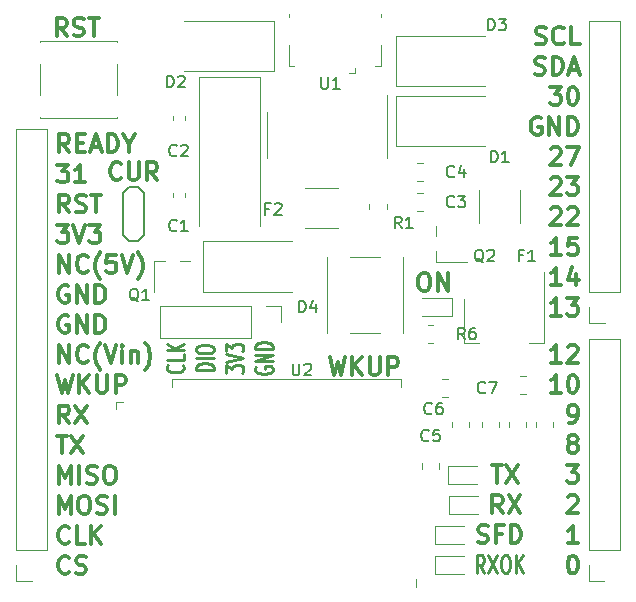
<source format=gbr>
G04 #@! TF.GenerationSoftware,KiCad,Pcbnew,5.1.9*
G04 #@! TF.CreationDate,2021-03-28T15:13:34+02:00*
G04 #@! TF.ProjectId,dwm1001-devboard,64776d31-3030-4312-9d64-6576626f6172,1*
G04 #@! TF.SameCoordinates,Original*
G04 #@! TF.FileFunction,Legend,Top*
G04 #@! TF.FilePolarity,Positive*
%FSLAX46Y46*%
G04 Gerber Fmt 4.6, Leading zero omitted, Abs format (unit mm)*
G04 Created by KiCad (PCBNEW 5.1.9) date 2021-03-28 15:13:34*
%MOMM*%
%LPD*%
G01*
G04 APERTURE LIST*
%ADD10C,0.300000*%
%ADD11C,0.275000*%
%ADD12C,0.250000*%
%ADD13C,0.120000*%
%ADD14C,0.150000*%
G04 APERTURE END LIST*
D10*
X149479142Y-101794571D02*
X150336285Y-101794571D01*
X149907714Y-103294571D02*
X149907714Y-101794571D01*
X150693428Y-101794571D02*
X151693428Y-103294571D01*
X151693428Y-101794571D02*
X150693428Y-103294571D01*
X148292571Y-108303142D02*
X148506857Y-108374571D01*
X148864000Y-108374571D01*
X149006857Y-108303142D01*
X149078285Y-108231714D01*
X149149714Y-108088857D01*
X149149714Y-107946000D01*
X149078285Y-107803142D01*
X149006857Y-107731714D01*
X148864000Y-107660285D01*
X148578285Y-107588857D01*
X148435428Y-107517428D01*
X148364000Y-107446000D01*
X148292571Y-107303142D01*
X148292571Y-107160285D01*
X148364000Y-107017428D01*
X148435428Y-106946000D01*
X148578285Y-106874571D01*
X148935428Y-106874571D01*
X149149714Y-106946000D01*
X150292571Y-107588857D02*
X149792571Y-107588857D01*
X149792571Y-108374571D02*
X149792571Y-106874571D01*
X150506857Y-106874571D01*
X151078285Y-108374571D02*
X151078285Y-106874571D01*
X151435428Y-106874571D01*
X151649714Y-106946000D01*
X151792571Y-107088857D01*
X151864000Y-107231714D01*
X151935428Y-107517428D01*
X151935428Y-107731714D01*
X151864000Y-108017428D01*
X151792571Y-108160285D01*
X151649714Y-108303142D01*
X151435428Y-108374571D01*
X151078285Y-108374571D01*
X150372000Y-105834571D02*
X149872000Y-105120285D01*
X149514857Y-105834571D02*
X149514857Y-104334571D01*
X150086285Y-104334571D01*
X150229142Y-104406000D01*
X150300571Y-104477428D01*
X150372000Y-104620285D01*
X150372000Y-104834571D01*
X150300571Y-104977428D01*
X150229142Y-105048857D01*
X150086285Y-105120285D01*
X149514857Y-105120285D01*
X150872000Y-104334571D02*
X151872000Y-105834571D01*
X151872000Y-104334571D02*
X150872000Y-105834571D01*
D11*
X148804476Y-110914571D02*
X148437809Y-110200285D01*
X148175904Y-110914571D02*
X148175904Y-109414571D01*
X148594952Y-109414571D01*
X148699714Y-109486000D01*
X148752095Y-109557428D01*
X148804476Y-109700285D01*
X148804476Y-109914571D01*
X148752095Y-110057428D01*
X148699714Y-110128857D01*
X148594952Y-110200285D01*
X148175904Y-110200285D01*
X149171142Y-109414571D02*
X149904476Y-110914571D01*
X149904476Y-109414571D02*
X149171142Y-110914571D01*
X150533047Y-109414571D02*
X150742571Y-109414571D01*
X150847333Y-109486000D01*
X150952095Y-109628857D01*
X151004476Y-109914571D01*
X151004476Y-110414571D01*
X150952095Y-110700285D01*
X150847333Y-110843142D01*
X150742571Y-110914571D01*
X150533047Y-110914571D01*
X150428285Y-110843142D01*
X150323523Y-110700285D01*
X150271142Y-110414571D01*
X150271142Y-109914571D01*
X150323523Y-109628857D01*
X150428285Y-109486000D01*
X150533047Y-109414571D01*
X151475904Y-110914571D02*
X151475904Y-109414571D01*
X152104476Y-110914571D02*
X151633047Y-110057428D01*
X152104476Y-109414571D02*
X151475904Y-110271714D01*
D10*
X143597428Y-85538571D02*
X143883142Y-85538571D01*
X144026000Y-85610000D01*
X144168857Y-85752857D01*
X144240285Y-86038571D01*
X144240285Y-86538571D01*
X144168857Y-86824285D01*
X144026000Y-86967142D01*
X143883142Y-87038571D01*
X143597428Y-87038571D01*
X143454571Y-86967142D01*
X143311714Y-86824285D01*
X143240285Y-86538571D01*
X143240285Y-86038571D01*
X143311714Y-85752857D01*
X143454571Y-85610000D01*
X143597428Y-85538571D01*
X144883142Y-87038571D02*
X144883142Y-85538571D01*
X145740285Y-87038571D01*
X145740285Y-85538571D01*
X135755428Y-92650571D02*
X136112571Y-94150571D01*
X136398285Y-93079142D01*
X136684000Y-94150571D01*
X137041142Y-92650571D01*
X137612571Y-94150571D02*
X137612571Y-92650571D01*
X138469714Y-94150571D02*
X137826857Y-93293428D01*
X138469714Y-92650571D02*
X137612571Y-93507714D01*
X139112571Y-92650571D02*
X139112571Y-93864857D01*
X139184000Y-94007714D01*
X139255428Y-94079142D01*
X139398285Y-94150571D01*
X139684000Y-94150571D01*
X139826857Y-94079142D01*
X139898285Y-94007714D01*
X139969714Y-93864857D01*
X139969714Y-92650571D01*
X140684000Y-94150571D02*
X140684000Y-92650571D01*
X141255428Y-92650571D01*
X141398285Y-92722000D01*
X141469714Y-92793428D01*
X141541142Y-92936285D01*
X141541142Y-93150571D01*
X141469714Y-93293428D01*
X141398285Y-93364857D01*
X141255428Y-93436285D01*
X140684000Y-93436285D01*
D12*
X123277714Y-93305238D02*
X123349142Y-93352857D01*
X123420571Y-93495714D01*
X123420571Y-93590952D01*
X123349142Y-93733809D01*
X123206285Y-93829047D01*
X123063428Y-93876666D01*
X122777714Y-93924285D01*
X122563428Y-93924285D01*
X122277714Y-93876666D01*
X122134857Y-93829047D01*
X121992000Y-93733809D01*
X121920571Y-93590952D01*
X121920571Y-93495714D01*
X121992000Y-93352857D01*
X122063428Y-93305238D01*
X123420571Y-92400476D02*
X123420571Y-92876666D01*
X121920571Y-92876666D01*
X123420571Y-92067142D02*
X121920571Y-92067142D01*
X123420571Y-91495714D02*
X122563428Y-91924285D01*
X121920571Y-91495714D02*
X122777714Y-92067142D01*
X125920571Y-93733809D02*
X124420571Y-93733809D01*
X124420571Y-93495714D01*
X124492000Y-93352857D01*
X124634857Y-93257619D01*
X124777714Y-93210000D01*
X125063428Y-93162380D01*
X125277714Y-93162380D01*
X125563428Y-93210000D01*
X125706285Y-93257619D01*
X125849142Y-93352857D01*
X125920571Y-93495714D01*
X125920571Y-93733809D01*
X125920571Y-92733809D02*
X124420571Y-92733809D01*
X124420571Y-92067142D02*
X124420571Y-91876666D01*
X124492000Y-91781428D01*
X124634857Y-91686190D01*
X124920571Y-91638571D01*
X125420571Y-91638571D01*
X125706285Y-91686190D01*
X125849142Y-91781428D01*
X125920571Y-91876666D01*
X125920571Y-92067142D01*
X125849142Y-92162380D01*
X125706285Y-92257619D01*
X125420571Y-92305238D01*
X124920571Y-92305238D01*
X124634857Y-92257619D01*
X124492000Y-92162380D01*
X124420571Y-92067142D01*
X126920571Y-93948095D02*
X126920571Y-93329047D01*
X127492000Y-93662380D01*
X127492000Y-93519523D01*
X127563428Y-93424285D01*
X127634857Y-93376666D01*
X127777714Y-93329047D01*
X128134857Y-93329047D01*
X128277714Y-93376666D01*
X128349142Y-93424285D01*
X128420571Y-93519523D01*
X128420571Y-93805238D01*
X128349142Y-93900476D01*
X128277714Y-93948095D01*
X126920571Y-93043333D02*
X128420571Y-92710000D01*
X126920571Y-92376666D01*
X126920571Y-92138571D02*
X126920571Y-91519523D01*
X127492000Y-91852857D01*
X127492000Y-91710000D01*
X127563428Y-91614761D01*
X127634857Y-91567142D01*
X127777714Y-91519523D01*
X128134857Y-91519523D01*
X128277714Y-91567142D01*
X128349142Y-91614761D01*
X128420571Y-91710000D01*
X128420571Y-91995714D01*
X128349142Y-92090952D01*
X128277714Y-92138571D01*
X129492000Y-93471904D02*
X129420571Y-93567142D01*
X129420571Y-93710000D01*
X129492000Y-93852857D01*
X129634857Y-93948095D01*
X129777714Y-93995714D01*
X130063428Y-94043333D01*
X130277714Y-94043333D01*
X130563428Y-93995714D01*
X130706285Y-93948095D01*
X130849142Y-93852857D01*
X130920571Y-93710000D01*
X130920571Y-93614761D01*
X130849142Y-93471904D01*
X130777714Y-93424285D01*
X130277714Y-93424285D01*
X130277714Y-93614761D01*
X130920571Y-92995714D02*
X129420571Y-92995714D01*
X130920571Y-92424285D01*
X129420571Y-92424285D01*
X130920571Y-91948095D02*
X129420571Y-91948095D01*
X129420571Y-91710000D01*
X129492000Y-91567142D01*
X129634857Y-91471904D01*
X129777714Y-91424285D01*
X130063428Y-91376666D01*
X130277714Y-91376666D01*
X130563428Y-91424285D01*
X130706285Y-91471904D01*
X130849142Y-91567142D01*
X130920571Y-91710000D01*
X130920571Y-91948095D01*
D10*
X118054571Y-77497714D02*
X117983142Y-77569142D01*
X117768857Y-77640571D01*
X117626000Y-77640571D01*
X117411714Y-77569142D01*
X117268857Y-77426285D01*
X117197428Y-77283428D01*
X117126000Y-76997714D01*
X117126000Y-76783428D01*
X117197428Y-76497714D01*
X117268857Y-76354857D01*
X117411714Y-76212000D01*
X117626000Y-76140571D01*
X117768857Y-76140571D01*
X117983142Y-76212000D01*
X118054571Y-76283428D01*
X118697428Y-76140571D02*
X118697428Y-77354857D01*
X118768857Y-77497714D01*
X118840285Y-77569142D01*
X118983142Y-77640571D01*
X119268857Y-77640571D01*
X119411714Y-77569142D01*
X119483142Y-77497714D01*
X119554571Y-77354857D01*
X119554571Y-76140571D01*
X121126000Y-77640571D02*
X120626000Y-76926285D01*
X120268857Y-77640571D02*
X120268857Y-76140571D01*
X120840285Y-76140571D01*
X120983142Y-76212000D01*
X121054571Y-76283428D01*
X121126000Y-76426285D01*
X121126000Y-76640571D01*
X121054571Y-76783428D01*
X120983142Y-76854857D01*
X120840285Y-76926285D01*
X120268857Y-76926285D01*
X113478571Y-65448571D02*
X112978571Y-64734285D01*
X112621428Y-65448571D02*
X112621428Y-63948571D01*
X113192857Y-63948571D01*
X113335714Y-64020000D01*
X113407142Y-64091428D01*
X113478571Y-64234285D01*
X113478571Y-64448571D01*
X113407142Y-64591428D01*
X113335714Y-64662857D01*
X113192857Y-64734285D01*
X112621428Y-64734285D01*
X114050000Y-65377142D02*
X114264285Y-65448571D01*
X114621428Y-65448571D01*
X114764285Y-65377142D01*
X114835714Y-65305714D01*
X114907142Y-65162857D01*
X114907142Y-65020000D01*
X114835714Y-64877142D01*
X114764285Y-64805714D01*
X114621428Y-64734285D01*
X114335714Y-64662857D01*
X114192857Y-64591428D01*
X114121428Y-64520000D01*
X114050000Y-64377142D01*
X114050000Y-64234285D01*
X114121428Y-64091428D01*
X114192857Y-64020000D01*
X114335714Y-63948571D01*
X114692857Y-63948571D01*
X114907142Y-64020000D01*
X115335714Y-63948571D02*
X116192857Y-63948571D01*
X115764285Y-65448571D02*
X115764285Y-63948571D01*
X155316714Y-93099571D02*
X154459571Y-93099571D01*
X154888142Y-93099571D02*
X154888142Y-91599571D01*
X154745285Y-91813857D01*
X154602428Y-91956714D01*
X154459571Y-92028142D01*
X155888142Y-91742428D02*
X155959571Y-91671000D01*
X156102428Y-91599571D01*
X156459571Y-91599571D01*
X156602428Y-91671000D01*
X156673857Y-91742428D01*
X156745285Y-91885285D01*
X156745285Y-92028142D01*
X156673857Y-92242428D01*
X155816714Y-93099571D01*
X156745285Y-93099571D01*
X155316714Y-95649571D02*
X154459571Y-95649571D01*
X154888142Y-95649571D02*
X154888142Y-94149571D01*
X154745285Y-94363857D01*
X154602428Y-94506714D01*
X154459571Y-94578142D01*
X156245285Y-94149571D02*
X156388142Y-94149571D01*
X156531000Y-94221000D01*
X156602428Y-94292428D01*
X156673857Y-94435285D01*
X156745285Y-94721000D01*
X156745285Y-95078142D01*
X156673857Y-95363857D01*
X156602428Y-95506714D01*
X156531000Y-95578142D01*
X156388142Y-95649571D01*
X156245285Y-95649571D01*
X156102428Y-95578142D01*
X156031000Y-95506714D01*
X155959571Y-95363857D01*
X155888142Y-95078142D01*
X155888142Y-94721000D01*
X155959571Y-94435285D01*
X156031000Y-94292428D01*
X156102428Y-94221000D01*
X156245285Y-94149571D01*
X156031000Y-98199571D02*
X156316714Y-98199571D01*
X156459571Y-98128142D01*
X156531000Y-98056714D01*
X156673857Y-97842428D01*
X156745285Y-97556714D01*
X156745285Y-96985285D01*
X156673857Y-96842428D01*
X156602428Y-96771000D01*
X156459571Y-96699571D01*
X156173857Y-96699571D01*
X156031000Y-96771000D01*
X155959571Y-96842428D01*
X155888142Y-96985285D01*
X155888142Y-97342428D01*
X155959571Y-97485285D01*
X156031000Y-97556714D01*
X156173857Y-97628142D01*
X156459571Y-97628142D01*
X156602428Y-97556714D01*
X156673857Y-97485285D01*
X156745285Y-97342428D01*
X156173857Y-99892428D02*
X156031000Y-99821000D01*
X155959571Y-99749571D01*
X155888142Y-99606714D01*
X155888142Y-99535285D01*
X155959571Y-99392428D01*
X156031000Y-99321000D01*
X156173857Y-99249571D01*
X156459571Y-99249571D01*
X156602428Y-99321000D01*
X156673857Y-99392428D01*
X156745285Y-99535285D01*
X156745285Y-99606714D01*
X156673857Y-99749571D01*
X156602428Y-99821000D01*
X156459571Y-99892428D01*
X156173857Y-99892428D01*
X156031000Y-99963857D01*
X155959571Y-100035285D01*
X155888142Y-100178142D01*
X155888142Y-100463857D01*
X155959571Y-100606714D01*
X156031000Y-100678142D01*
X156173857Y-100749571D01*
X156459571Y-100749571D01*
X156602428Y-100678142D01*
X156673857Y-100606714D01*
X156745285Y-100463857D01*
X156745285Y-100178142D01*
X156673857Y-100035285D01*
X156602428Y-99963857D01*
X156459571Y-99892428D01*
X155816714Y-101799571D02*
X156745285Y-101799571D01*
X156245285Y-102371000D01*
X156459571Y-102371000D01*
X156602428Y-102442428D01*
X156673857Y-102513857D01*
X156745285Y-102656714D01*
X156745285Y-103013857D01*
X156673857Y-103156714D01*
X156602428Y-103228142D01*
X156459571Y-103299571D01*
X156031000Y-103299571D01*
X155888142Y-103228142D01*
X155816714Y-103156714D01*
X155888142Y-104492428D02*
X155959571Y-104421000D01*
X156102428Y-104349571D01*
X156459571Y-104349571D01*
X156602428Y-104421000D01*
X156673857Y-104492428D01*
X156745285Y-104635285D01*
X156745285Y-104778142D01*
X156673857Y-104992428D01*
X155816714Y-105849571D01*
X156745285Y-105849571D01*
X156745285Y-108399571D02*
X155888142Y-108399571D01*
X156316714Y-108399571D02*
X156316714Y-106899571D01*
X156173857Y-107113857D01*
X156031000Y-107256714D01*
X155888142Y-107328142D01*
X156245285Y-109449571D02*
X156388142Y-109449571D01*
X156531000Y-109521000D01*
X156602428Y-109592428D01*
X156673857Y-109735285D01*
X156745285Y-110021000D01*
X156745285Y-110378142D01*
X156673857Y-110663857D01*
X156602428Y-110806714D01*
X156531000Y-110878142D01*
X156388142Y-110949571D01*
X156245285Y-110949571D01*
X156102428Y-110878142D01*
X156031000Y-110806714D01*
X155959571Y-110663857D01*
X155888142Y-110378142D01*
X155888142Y-110021000D01*
X155959571Y-109735285D01*
X156031000Y-109592428D01*
X156102428Y-109521000D01*
X156245285Y-109449571D01*
X153173857Y-66094142D02*
X153388142Y-66165571D01*
X153745285Y-66165571D01*
X153888142Y-66094142D01*
X153959571Y-66022714D01*
X154031000Y-65879857D01*
X154031000Y-65737000D01*
X153959571Y-65594142D01*
X153888142Y-65522714D01*
X153745285Y-65451285D01*
X153459571Y-65379857D01*
X153316714Y-65308428D01*
X153245285Y-65237000D01*
X153173857Y-65094142D01*
X153173857Y-64951285D01*
X153245285Y-64808428D01*
X153316714Y-64737000D01*
X153459571Y-64665571D01*
X153816714Y-64665571D01*
X154031000Y-64737000D01*
X155531000Y-66022714D02*
X155459571Y-66094142D01*
X155245285Y-66165571D01*
X155102428Y-66165571D01*
X154888142Y-66094142D01*
X154745285Y-65951285D01*
X154673857Y-65808428D01*
X154602428Y-65522714D01*
X154602428Y-65308428D01*
X154673857Y-65022714D01*
X154745285Y-64879857D01*
X154888142Y-64737000D01*
X155102428Y-64665571D01*
X155245285Y-64665571D01*
X155459571Y-64737000D01*
X155531000Y-64808428D01*
X156888142Y-66165571D02*
X156173857Y-66165571D01*
X156173857Y-64665571D01*
X153102428Y-68644142D02*
X153316714Y-68715571D01*
X153673857Y-68715571D01*
X153816714Y-68644142D01*
X153888142Y-68572714D01*
X153959571Y-68429857D01*
X153959571Y-68287000D01*
X153888142Y-68144142D01*
X153816714Y-68072714D01*
X153673857Y-68001285D01*
X153388142Y-67929857D01*
X153245285Y-67858428D01*
X153173857Y-67787000D01*
X153102428Y-67644142D01*
X153102428Y-67501285D01*
X153173857Y-67358428D01*
X153245285Y-67287000D01*
X153388142Y-67215571D01*
X153745285Y-67215571D01*
X153959571Y-67287000D01*
X154602428Y-68715571D02*
X154602428Y-67215571D01*
X154959571Y-67215571D01*
X155173857Y-67287000D01*
X155316714Y-67429857D01*
X155388142Y-67572714D01*
X155459571Y-67858428D01*
X155459571Y-68072714D01*
X155388142Y-68358428D01*
X155316714Y-68501285D01*
X155173857Y-68644142D01*
X154959571Y-68715571D01*
X154602428Y-68715571D01*
X156031000Y-68287000D02*
X156745285Y-68287000D01*
X155888142Y-68715571D02*
X156388142Y-67215571D01*
X156888142Y-68715571D01*
X154388142Y-69765571D02*
X155316714Y-69765571D01*
X154816714Y-70337000D01*
X155031000Y-70337000D01*
X155173857Y-70408428D01*
X155245285Y-70479857D01*
X155316714Y-70622714D01*
X155316714Y-70979857D01*
X155245285Y-71122714D01*
X155173857Y-71194142D01*
X155031000Y-71265571D01*
X154602428Y-71265571D01*
X154459571Y-71194142D01*
X154388142Y-71122714D01*
X156245285Y-69765571D02*
X156388142Y-69765571D01*
X156531000Y-69837000D01*
X156602428Y-69908428D01*
X156673857Y-70051285D01*
X156745285Y-70337000D01*
X156745285Y-70694142D01*
X156673857Y-70979857D01*
X156602428Y-71122714D01*
X156531000Y-71194142D01*
X156388142Y-71265571D01*
X156245285Y-71265571D01*
X156102428Y-71194142D01*
X156031000Y-71122714D01*
X155959571Y-70979857D01*
X155888142Y-70694142D01*
X155888142Y-70337000D01*
X155959571Y-70051285D01*
X156031000Y-69908428D01*
X156102428Y-69837000D01*
X156245285Y-69765571D01*
X153602428Y-72387000D02*
X153459571Y-72315571D01*
X153245285Y-72315571D01*
X153031000Y-72387000D01*
X152888142Y-72529857D01*
X152816714Y-72672714D01*
X152745285Y-72958428D01*
X152745285Y-73172714D01*
X152816714Y-73458428D01*
X152888142Y-73601285D01*
X153031000Y-73744142D01*
X153245285Y-73815571D01*
X153388142Y-73815571D01*
X153602428Y-73744142D01*
X153673857Y-73672714D01*
X153673857Y-73172714D01*
X153388142Y-73172714D01*
X154316714Y-73815571D02*
X154316714Y-72315571D01*
X155173857Y-73815571D01*
X155173857Y-72315571D01*
X155888142Y-73815571D02*
X155888142Y-72315571D01*
X156245285Y-72315571D01*
X156459571Y-72387000D01*
X156602428Y-72529857D01*
X156673857Y-72672714D01*
X156745285Y-72958428D01*
X156745285Y-73172714D01*
X156673857Y-73458428D01*
X156602428Y-73601285D01*
X156459571Y-73744142D01*
X156245285Y-73815571D01*
X155888142Y-73815571D01*
X154459571Y-75008428D02*
X154531000Y-74937000D01*
X154673857Y-74865571D01*
X155031000Y-74865571D01*
X155173857Y-74937000D01*
X155245285Y-75008428D01*
X155316714Y-75151285D01*
X155316714Y-75294142D01*
X155245285Y-75508428D01*
X154388142Y-76365571D01*
X155316714Y-76365571D01*
X155816714Y-74865571D02*
X156816714Y-74865571D01*
X156173857Y-76365571D01*
X154459571Y-77558428D02*
X154531000Y-77487000D01*
X154673857Y-77415571D01*
X155031000Y-77415571D01*
X155173857Y-77487000D01*
X155245285Y-77558428D01*
X155316714Y-77701285D01*
X155316714Y-77844142D01*
X155245285Y-78058428D01*
X154388142Y-78915571D01*
X155316714Y-78915571D01*
X155816714Y-77415571D02*
X156745285Y-77415571D01*
X156245285Y-77987000D01*
X156459571Y-77987000D01*
X156602428Y-78058428D01*
X156673857Y-78129857D01*
X156745285Y-78272714D01*
X156745285Y-78629857D01*
X156673857Y-78772714D01*
X156602428Y-78844142D01*
X156459571Y-78915571D01*
X156031000Y-78915571D01*
X155888142Y-78844142D01*
X155816714Y-78772714D01*
X154459571Y-80108428D02*
X154531000Y-80037000D01*
X154673857Y-79965571D01*
X155031000Y-79965571D01*
X155173857Y-80037000D01*
X155245285Y-80108428D01*
X155316714Y-80251285D01*
X155316714Y-80394142D01*
X155245285Y-80608428D01*
X154388142Y-81465571D01*
X155316714Y-81465571D01*
X155888142Y-80108428D02*
X155959571Y-80037000D01*
X156102428Y-79965571D01*
X156459571Y-79965571D01*
X156602428Y-80037000D01*
X156673857Y-80108428D01*
X156745285Y-80251285D01*
X156745285Y-80394142D01*
X156673857Y-80608428D01*
X155816714Y-81465571D01*
X156745285Y-81465571D01*
X155316714Y-84015571D02*
X154459571Y-84015571D01*
X154888142Y-84015571D02*
X154888142Y-82515571D01*
X154745285Y-82729857D01*
X154602428Y-82872714D01*
X154459571Y-82944142D01*
X156673857Y-82515571D02*
X155959571Y-82515571D01*
X155888142Y-83229857D01*
X155959571Y-83158428D01*
X156102428Y-83087000D01*
X156459571Y-83087000D01*
X156602428Y-83158428D01*
X156673857Y-83229857D01*
X156745285Y-83372714D01*
X156745285Y-83729857D01*
X156673857Y-83872714D01*
X156602428Y-83944142D01*
X156459571Y-84015571D01*
X156102428Y-84015571D01*
X155959571Y-83944142D01*
X155888142Y-83872714D01*
X155316714Y-86565571D02*
X154459571Y-86565571D01*
X154888142Y-86565571D02*
X154888142Y-85065571D01*
X154745285Y-85279857D01*
X154602428Y-85422714D01*
X154459571Y-85494142D01*
X156602428Y-85565571D02*
X156602428Y-86565571D01*
X156245285Y-84994142D02*
X155888142Y-86065571D01*
X156816714Y-86065571D01*
X155316714Y-89115571D02*
X154459571Y-89115571D01*
X154888142Y-89115571D02*
X154888142Y-87615571D01*
X154745285Y-87829857D01*
X154602428Y-87972714D01*
X154459571Y-88044142D01*
X155816714Y-87615571D02*
X156745285Y-87615571D01*
X156245285Y-88187000D01*
X156459571Y-88187000D01*
X156602428Y-88258428D01*
X156673857Y-88329857D01*
X156745285Y-88472714D01*
X156745285Y-88829857D01*
X156673857Y-88972714D01*
X156602428Y-89044142D01*
X156459571Y-89115571D01*
X156031000Y-89115571D01*
X155888142Y-89044142D01*
X155816714Y-88972714D01*
X113677285Y-75284571D02*
X113177285Y-74570285D01*
X112820142Y-75284571D02*
X112820142Y-73784571D01*
X113391571Y-73784571D01*
X113534428Y-73856000D01*
X113605857Y-73927428D01*
X113677285Y-74070285D01*
X113677285Y-74284571D01*
X113605857Y-74427428D01*
X113534428Y-74498857D01*
X113391571Y-74570285D01*
X112820142Y-74570285D01*
X114320142Y-74498857D02*
X114820142Y-74498857D01*
X115034428Y-75284571D02*
X114320142Y-75284571D01*
X114320142Y-73784571D01*
X115034428Y-73784571D01*
X115605857Y-74856000D02*
X116320142Y-74856000D01*
X115463000Y-75284571D02*
X115963000Y-73784571D01*
X116463000Y-75284571D01*
X116963000Y-75284571D02*
X116963000Y-73784571D01*
X117320142Y-73784571D01*
X117534428Y-73856000D01*
X117677285Y-73998857D01*
X117748714Y-74141714D01*
X117820142Y-74427428D01*
X117820142Y-74641714D01*
X117748714Y-74927428D01*
X117677285Y-75070285D01*
X117534428Y-75213142D01*
X117320142Y-75284571D01*
X116963000Y-75284571D01*
X118748714Y-74570285D02*
X118748714Y-75284571D01*
X118248714Y-73784571D02*
X118748714Y-74570285D01*
X119248714Y-73784571D01*
X112677285Y-76334571D02*
X113605857Y-76334571D01*
X113105857Y-76906000D01*
X113320142Y-76906000D01*
X113463000Y-76977428D01*
X113534428Y-77048857D01*
X113605857Y-77191714D01*
X113605857Y-77548857D01*
X113534428Y-77691714D01*
X113463000Y-77763142D01*
X113320142Y-77834571D01*
X112891571Y-77834571D01*
X112748714Y-77763142D01*
X112677285Y-77691714D01*
X115034428Y-77834571D02*
X114177285Y-77834571D01*
X114605857Y-77834571D02*
X114605857Y-76334571D01*
X114463000Y-76548857D01*
X114320142Y-76691714D01*
X114177285Y-76763142D01*
X113677285Y-80384571D02*
X113177285Y-79670285D01*
X112820142Y-80384571D02*
X112820142Y-78884571D01*
X113391571Y-78884571D01*
X113534428Y-78956000D01*
X113605857Y-79027428D01*
X113677285Y-79170285D01*
X113677285Y-79384571D01*
X113605857Y-79527428D01*
X113534428Y-79598857D01*
X113391571Y-79670285D01*
X112820142Y-79670285D01*
X114248714Y-80313142D02*
X114463000Y-80384571D01*
X114820142Y-80384571D01*
X114963000Y-80313142D01*
X115034428Y-80241714D01*
X115105857Y-80098857D01*
X115105857Y-79956000D01*
X115034428Y-79813142D01*
X114963000Y-79741714D01*
X114820142Y-79670285D01*
X114534428Y-79598857D01*
X114391571Y-79527428D01*
X114320142Y-79456000D01*
X114248714Y-79313142D01*
X114248714Y-79170285D01*
X114320142Y-79027428D01*
X114391571Y-78956000D01*
X114534428Y-78884571D01*
X114891571Y-78884571D01*
X115105857Y-78956000D01*
X115534428Y-78884571D02*
X116391571Y-78884571D01*
X115963000Y-80384571D02*
X115963000Y-78884571D01*
X112677285Y-81434571D02*
X113605857Y-81434571D01*
X113105857Y-82006000D01*
X113320142Y-82006000D01*
X113463000Y-82077428D01*
X113534428Y-82148857D01*
X113605857Y-82291714D01*
X113605857Y-82648857D01*
X113534428Y-82791714D01*
X113463000Y-82863142D01*
X113320142Y-82934571D01*
X112891571Y-82934571D01*
X112748714Y-82863142D01*
X112677285Y-82791714D01*
X114034428Y-81434571D02*
X114534428Y-82934571D01*
X115034428Y-81434571D01*
X115391571Y-81434571D02*
X116320142Y-81434571D01*
X115820142Y-82006000D01*
X116034428Y-82006000D01*
X116177285Y-82077428D01*
X116248714Y-82148857D01*
X116320142Y-82291714D01*
X116320142Y-82648857D01*
X116248714Y-82791714D01*
X116177285Y-82863142D01*
X116034428Y-82934571D01*
X115605857Y-82934571D01*
X115463000Y-82863142D01*
X115391571Y-82791714D01*
X112820142Y-85484571D02*
X112820142Y-83984571D01*
X113677285Y-85484571D01*
X113677285Y-83984571D01*
X115248714Y-85341714D02*
X115177285Y-85413142D01*
X114963000Y-85484571D01*
X114820142Y-85484571D01*
X114605857Y-85413142D01*
X114463000Y-85270285D01*
X114391571Y-85127428D01*
X114320142Y-84841714D01*
X114320142Y-84627428D01*
X114391571Y-84341714D01*
X114463000Y-84198857D01*
X114605857Y-84056000D01*
X114820142Y-83984571D01*
X114963000Y-83984571D01*
X115177285Y-84056000D01*
X115248714Y-84127428D01*
X116320142Y-86056000D02*
X116248714Y-85984571D01*
X116105857Y-85770285D01*
X116034428Y-85627428D01*
X115963000Y-85413142D01*
X115891571Y-85056000D01*
X115891571Y-84770285D01*
X115963000Y-84413142D01*
X116034428Y-84198857D01*
X116105857Y-84056000D01*
X116248714Y-83841714D01*
X116320142Y-83770285D01*
X117605857Y-83984571D02*
X116891571Y-83984571D01*
X116820142Y-84698857D01*
X116891571Y-84627428D01*
X117034428Y-84556000D01*
X117391571Y-84556000D01*
X117534428Y-84627428D01*
X117605857Y-84698857D01*
X117677285Y-84841714D01*
X117677285Y-85198857D01*
X117605857Y-85341714D01*
X117534428Y-85413142D01*
X117391571Y-85484571D01*
X117034428Y-85484571D01*
X116891571Y-85413142D01*
X116820142Y-85341714D01*
X118105857Y-83984571D02*
X118605857Y-85484571D01*
X119105857Y-83984571D01*
X119463000Y-86056000D02*
X119534428Y-85984571D01*
X119677285Y-85770285D01*
X119748714Y-85627428D01*
X119820142Y-85413142D01*
X119891571Y-85056000D01*
X119891571Y-84770285D01*
X119820142Y-84413142D01*
X119748714Y-84198857D01*
X119677285Y-84056000D01*
X119534428Y-83841714D01*
X119463000Y-83770285D01*
X113605857Y-86606000D02*
X113463000Y-86534571D01*
X113248714Y-86534571D01*
X113034428Y-86606000D01*
X112891571Y-86748857D01*
X112820142Y-86891714D01*
X112748714Y-87177428D01*
X112748714Y-87391714D01*
X112820142Y-87677428D01*
X112891571Y-87820285D01*
X113034428Y-87963142D01*
X113248714Y-88034571D01*
X113391571Y-88034571D01*
X113605857Y-87963142D01*
X113677285Y-87891714D01*
X113677285Y-87391714D01*
X113391571Y-87391714D01*
X114320142Y-88034571D02*
X114320142Y-86534571D01*
X115177285Y-88034571D01*
X115177285Y-86534571D01*
X115891571Y-88034571D02*
X115891571Y-86534571D01*
X116248714Y-86534571D01*
X116463000Y-86606000D01*
X116605857Y-86748857D01*
X116677285Y-86891714D01*
X116748714Y-87177428D01*
X116748714Y-87391714D01*
X116677285Y-87677428D01*
X116605857Y-87820285D01*
X116463000Y-87963142D01*
X116248714Y-88034571D01*
X115891571Y-88034571D01*
X113605857Y-89156000D02*
X113463000Y-89084571D01*
X113248714Y-89084571D01*
X113034428Y-89156000D01*
X112891571Y-89298857D01*
X112820142Y-89441714D01*
X112748714Y-89727428D01*
X112748714Y-89941714D01*
X112820142Y-90227428D01*
X112891571Y-90370285D01*
X113034428Y-90513142D01*
X113248714Y-90584571D01*
X113391571Y-90584571D01*
X113605857Y-90513142D01*
X113677285Y-90441714D01*
X113677285Y-89941714D01*
X113391571Y-89941714D01*
X114320142Y-90584571D02*
X114320142Y-89084571D01*
X115177285Y-90584571D01*
X115177285Y-89084571D01*
X115891571Y-90584571D02*
X115891571Y-89084571D01*
X116248714Y-89084571D01*
X116463000Y-89156000D01*
X116605857Y-89298857D01*
X116677285Y-89441714D01*
X116748714Y-89727428D01*
X116748714Y-89941714D01*
X116677285Y-90227428D01*
X116605857Y-90370285D01*
X116463000Y-90513142D01*
X116248714Y-90584571D01*
X115891571Y-90584571D01*
X112820142Y-93134571D02*
X112820142Y-91634571D01*
X113677285Y-93134571D01*
X113677285Y-91634571D01*
X115248714Y-92991714D02*
X115177285Y-93063142D01*
X114963000Y-93134571D01*
X114820142Y-93134571D01*
X114605857Y-93063142D01*
X114463000Y-92920285D01*
X114391571Y-92777428D01*
X114320142Y-92491714D01*
X114320142Y-92277428D01*
X114391571Y-91991714D01*
X114463000Y-91848857D01*
X114605857Y-91706000D01*
X114820142Y-91634571D01*
X114963000Y-91634571D01*
X115177285Y-91706000D01*
X115248714Y-91777428D01*
X116320142Y-93706000D02*
X116248714Y-93634571D01*
X116105857Y-93420285D01*
X116034428Y-93277428D01*
X115963000Y-93063142D01*
X115891571Y-92706000D01*
X115891571Y-92420285D01*
X115963000Y-92063142D01*
X116034428Y-91848857D01*
X116105857Y-91706000D01*
X116248714Y-91491714D01*
X116320142Y-91420285D01*
X116677285Y-91634571D02*
X117177285Y-93134571D01*
X117677285Y-91634571D01*
X118177285Y-93134571D02*
X118177285Y-92134571D01*
X118177285Y-91634571D02*
X118105857Y-91706000D01*
X118177285Y-91777428D01*
X118248714Y-91706000D01*
X118177285Y-91634571D01*
X118177285Y-91777428D01*
X118891571Y-92134571D02*
X118891571Y-93134571D01*
X118891571Y-92277428D02*
X118963000Y-92206000D01*
X119105857Y-92134571D01*
X119320142Y-92134571D01*
X119463000Y-92206000D01*
X119534428Y-92348857D01*
X119534428Y-93134571D01*
X120105857Y-93706000D02*
X120177285Y-93634571D01*
X120320142Y-93420285D01*
X120391571Y-93277428D01*
X120463000Y-93063142D01*
X120534428Y-92706000D01*
X120534428Y-92420285D01*
X120463000Y-92063142D01*
X120391571Y-91848857D01*
X120320142Y-91706000D01*
X120177285Y-91491714D01*
X120105857Y-91420285D01*
X112677285Y-94184571D02*
X113034428Y-95684571D01*
X113320142Y-94613142D01*
X113605857Y-95684571D01*
X113963000Y-94184571D01*
X114534428Y-95684571D02*
X114534428Y-94184571D01*
X115391571Y-95684571D02*
X114748714Y-94827428D01*
X115391571Y-94184571D02*
X114534428Y-95041714D01*
X116034428Y-94184571D02*
X116034428Y-95398857D01*
X116105857Y-95541714D01*
X116177285Y-95613142D01*
X116320142Y-95684571D01*
X116605857Y-95684571D01*
X116748714Y-95613142D01*
X116820142Y-95541714D01*
X116891571Y-95398857D01*
X116891571Y-94184571D01*
X117605857Y-95684571D02*
X117605857Y-94184571D01*
X118177285Y-94184571D01*
X118320142Y-94256000D01*
X118391571Y-94327428D01*
X118463000Y-94470285D01*
X118463000Y-94684571D01*
X118391571Y-94827428D01*
X118320142Y-94898857D01*
X118177285Y-94970285D01*
X117605857Y-94970285D01*
X113677285Y-98234571D02*
X113177285Y-97520285D01*
X112820142Y-98234571D02*
X112820142Y-96734571D01*
X113391571Y-96734571D01*
X113534428Y-96806000D01*
X113605857Y-96877428D01*
X113677285Y-97020285D01*
X113677285Y-97234571D01*
X113605857Y-97377428D01*
X113534428Y-97448857D01*
X113391571Y-97520285D01*
X112820142Y-97520285D01*
X114177285Y-96734571D02*
X115177285Y-98234571D01*
X115177285Y-96734571D02*
X114177285Y-98234571D01*
X112605857Y-99284571D02*
X113463000Y-99284571D01*
X113034428Y-100784571D02*
X113034428Y-99284571D01*
X113820142Y-99284571D02*
X114820142Y-100784571D01*
X114820142Y-99284571D02*
X113820142Y-100784571D01*
X112820142Y-103334571D02*
X112820142Y-101834571D01*
X113320142Y-102906000D01*
X113820142Y-101834571D01*
X113820142Y-103334571D01*
X114534428Y-103334571D02*
X114534428Y-101834571D01*
X115177285Y-103263142D02*
X115391571Y-103334571D01*
X115748714Y-103334571D01*
X115891571Y-103263142D01*
X115963000Y-103191714D01*
X116034428Y-103048857D01*
X116034428Y-102906000D01*
X115963000Y-102763142D01*
X115891571Y-102691714D01*
X115748714Y-102620285D01*
X115463000Y-102548857D01*
X115320142Y-102477428D01*
X115248714Y-102406000D01*
X115177285Y-102263142D01*
X115177285Y-102120285D01*
X115248714Y-101977428D01*
X115320142Y-101906000D01*
X115463000Y-101834571D01*
X115820142Y-101834571D01*
X116034428Y-101906000D01*
X116963000Y-101834571D02*
X117248714Y-101834571D01*
X117391571Y-101906000D01*
X117534428Y-102048857D01*
X117605857Y-102334571D01*
X117605857Y-102834571D01*
X117534428Y-103120285D01*
X117391571Y-103263142D01*
X117248714Y-103334571D01*
X116963000Y-103334571D01*
X116820142Y-103263142D01*
X116677285Y-103120285D01*
X116605857Y-102834571D01*
X116605857Y-102334571D01*
X116677285Y-102048857D01*
X116820142Y-101906000D01*
X116963000Y-101834571D01*
X112820142Y-105884571D02*
X112820142Y-104384571D01*
X113320142Y-105456000D01*
X113820142Y-104384571D01*
X113820142Y-105884571D01*
X114820142Y-104384571D02*
X115105857Y-104384571D01*
X115248714Y-104456000D01*
X115391571Y-104598857D01*
X115463000Y-104884571D01*
X115463000Y-105384571D01*
X115391571Y-105670285D01*
X115248714Y-105813142D01*
X115105857Y-105884571D01*
X114820142Y-105884571D01*
X114677285Y-105813142D01*
X114534428Y-105670285D01*
X114463000Y-105384571D01*
X114463000Y-104884571D01*
X114534428Y-104598857D01*
X114677285Y-104456000D01*
X114820142Y-104384571D01*
X116034428Y-105813142D02*
X116248714Y-105884571D01*
X116605857Y-105884571D01*
X116748714Y-105813142D01*
X116820142Y-105741714D01*
X116891571Y-105598857D01*
X116891571Y-105456000D01*
X116820142Y-105313142D01*
X116748714Y-105241714D01*
X116605857Y-105170285D01*
X116320142Y-105098857D01*
X116177285Y-105027428D01*
X116105857Y-104956000D01*
X116034428Y-104813142D01*
X116034428Y-104670285D01*
X116105857Y-104527428D01*
X116177285Y-104456000D01*
X116320142Y-104384571D01*
X116677285Y-104384571D01*
X116891571Y-104456000D01*
X117534428Y-105884571D02*
X117534428Y-104384571D01*
X113677285Y-108291714D02*
X113605857Y-108363142D01*
X113391571Y-108434571D01*
X113248714Y-108434571D01*
X113034428Y-108363142D01*
X112891571Y-108220285D01*
X112820142Y-108077428D01*
X112748714Y-107791714D01*
X112748714Y-107577428D01*
X112820142Y-107291714D01*
X112891571Y-107148857D01*
X113034428Y-107006000D01*
X113248714Y-106934571D01*
X113391571Y-106934571D01*
X113605857Y-107006000D01*
X113677285Y-107077428D01*
X115034428Y-108434571D02*
X114320142Y-108434571D01*
X114320142Y-106934571D01*
X115534428Y-108434571D02*
X115534428Y-106934571D01*
X116391571Y-108434571D02*
X115748714Y-107577428D01*
X116391571Y-106934571D02*
X115534428Y-107791714D01*
X113677285Y-110841714D02*
X113605857Y-110913142D01*
X113391571Y-110984571D01*
X113248714Y-110984571D01*
X113034428Y-110913142D01*
X112891571Y-110770285D01*
X112820142Y-110627428D01*
X112748714Y-110341714D01*
X112748714Y-110127428D01*
X112820142Y-109841714D01*
X112891571Y-109698857D01*
X113034428Y-109556000D01*
X113248714Y-109484571D01*
X113391571Y-109484571D01*
X113605857Y-109556000D01*
X113677285Y-109627428D01*
X114248714Y-110913142D02*
X114463000Y-110984571D01*
X114820142Y-110984571D01*
X114963000Y-110913142D01*
X115034428Y-110841714D01*
X115105857Y-110698857D01*
X115105857Y-110556000D01*
X115034428Y-110413142D01*
X114963000Y-110341714D01*
X114820142Y-110270285D01*
X114534428Y-110198857D01*
X114391571Y-110127428D01*
X114320142Y-110056000D01*
X114248714Y-109913142D01*
X114248714Y-109770285D01*
X114320142Y-109627428D01*
X114391571Y-109556000D01*
X114534428Y-109484571D01*
X114891571Y-109484571D01*
X115105857Y-109556000D01*
D13*
X151863248Y-94261000D02*
X152385752Y-94261000D01*
X151863248Y-95731000D02*
X152385752Y-95731000D01*
X129804000Y-81524000D02*
X129804000Y-68924000D01*
X129804000Y-68924000D02*
X124704000Y-68924000D01*
X124704000Y-68924000D02*
X124704000Y-81524000D01*
X140569000Y-73849000D02*
X140569000Y-70399000D01*
X140569000Y-73849000D02*
X140569000Y-75799000D01*
X130449000Y-73849000D02*
X130449000Y-71899000D01*
X130449000Y-73849000D02*
X130449000Y-75799000D01*
X140044000Y-68024000D02*
X139594000Y-68024000D01*
X140044000Y-66174000D02*
X140044000Y-68024000D01*
X132244000Y-63624000D02*
X132244000Y-63874000D01*
X140044000Y-63624000D02*
X140044000Y-63874000D01*
X132244000Y-66174000D02*
X132244000Y-68024000D01*
X132244000Y-68024000D02*
X132694000Y-68024000D01*
X137844000Y-68574000D02*
X137394000Y-68574000D01*
X137844000Y-68574000D02*
X137844000Y-68124000D01*
X141950000Y-90606000D02*
X141920000Y-90606000D01*
X135490000Y-90606000D02*
X135520000Y-90606000D01*
X135490000Y-84146000D02*
X135520000Y-84146000D01*
X141920000Y-84146000D02*
X141950000Y-84146000D01*
X140020000Y-90606000D02*
X137420000Y-90606000D01*
X141950000Y-84146000D02*
X141950000Y-90606000D01*
X140020000Y-84146000D02*
X137420000Y-84146000D01*
X135490000Y-84146000D02*
X135490000Y-90606000D01*
X117695000Y-65894000D02*
X117695000Y-65924000D01*
X117695000Y-72354000D02*
X117695000Y-72324000D01*
X111235000Y-72354000D02*
X111235000Y-72324000D01*
X111235000Y-65924000D02*
X111235000Y-65894000D01*
X117695000Y-67824000D02*
X117695000Y-70424000D01*
X111235000Y-65894000D02*
X117695000Y-65894000D01*
X111235000Y-67824000D02*
X111235000Y-70424000D01*
X111235000Y-72354000D02*
X117695000Y-72354000D01*
X144515064Y-91413000D02*
X144060936Y-91413000D01*
X144515064Y-89943000D02*
X144060936Y-89943000D01*
X154659000Y-98086936D02*
X154659000Y-98541064D01*
X153189000Y-98086936D02*
X153189000Y-98541064D01*
X152373000Y-98086936D02*
X152373000Y-98541064D01*
X150903000Y-98086936D02*
X150903000Y-98541064D01*
X150087000Y-98086936D02*
X150087000Y-98541064D01*
X148617000Y-98086936D02*
X148617000Y-98541064D01*
X147547000Y-98086936D02*
X147547000Y-98541064D01*
X146077000Y-98086936D02*
X146077000Y-98541064D01*
X136448252Y-78300000D02*
X133675748Y-78300000D01*
X136448252Y-81720000D02*
X133675748Y-81720000D01*
X151824000Y-81269252D02*
X151824000Y-78496748D01*
X148404000Y-81269252D02*
X148404000Y-78496748D01*
X131632000Y-88332000D02*
X131632000Y-89662000D01*
X130302000Y-88332000D02*
X131632000Y-88332000D01*
X129032000Y-88332000D02*
X129032000Y-90992000D01*
X129032000Y-90992000D02*
X121352000Y-90992000D01*
X129032000Y-88332000D02*
X121352000Y-88332000D01*
X121352000Y-88332000D02*
X121352000Y-90992000D01*
X153905000Y-85435000D02*
X153905000Y-91445000D01*
X147085000Y-87685000D02*
X147085000Y-91445000D01*
X153905000Y-91445000D02*
X152645000Y-91445000D01*
X147085000Y-91445000D02*
X148345000Y-91445000D01*
X143080000Y-111432000D02*
X143080000Y-112092000D01*
X122395000Y-95172000D02*
X122395000Y-94492000D01*
X122395000Y-94492000D02*
X141765000Y-94492000D01*
X141765000Y-95172000D02*
X141765000Y-94492000D01*
X140562000Y-80110064D02*
X140562000Y-79655936D01*
X139092000Y-80110064D02*
X139092000Y-79655936D01*
X144735000Y-84592000D02*
X144735000Y-83642000D01*
X147335000Y-84592000D02*
X144735000Y-84592000D01*
X144735000Y-82342000D02*
X144735000Y-81542000D01*
X123078000Y-84494000D02*
X123878000Y-84494000D01*
X120828000Y-87094000D02*
X120828000Y-84494000D01*
X120828000Y-84494000D02*
X121778000Y-84494000D01*
D14*
X119526000Y-78218000D02*
X120026000Y-78718000D01*
X118726000Y-78218000D02*
X119526000Y-78218000D01*
X118226000Y-78718000D02*
X118726000Y-78218000D01*
X118226000Y-82318000D02*
X118226000Y-78718000D01*
X118726000Y-82818000D02*
X118226000Y-82318000D01*
X119526000Y-82818000D02*
X118726000Y-82818000D01*
X120026000Y-82318000D02*
X119526000Y-82818000D01*
X120026000Y-78718000D02*
X120026000Y-82318000D01*
D13*
X159004000Y-89726000D02*
X157674000Y-89726000D01*
X157674000Y-89726000D02*
X157674000Y-88396000D01*
X157674000Y-87126000D02*
X157674000Y-64206000D01*
X160334000Y-64206000D02*
X157674000Y-64206000D01*
X160334000Y-87126000D02*
X160334000Y-64206000D01*
X160334000Y-87126000D02*
X157674000Y-87126000D01*
X160320000Y-108966000D02*
X157660000Y-108966000D01*
X160320000Y-108966000D02*
X160320000Y-91126000D01*
X160320000Y-91126000D02*
X157660000Y-91126000D01*
X157660000Y-108966000D02*
X157660000Y-91126000D01*
X157660000Y-111566000D02*
X157660000Y-110236000D01*
X158990000Y-111566000D02*
X157660000Y-111566000D01*
X117602000Y-97028000D02*
X117602000Y-96393000D01*
X117602000Y-96393000D02*
X118237000Y-96393000D01*
X110490000Y-111566000D02*
X109160000Y-111566000D01*
X109160000Y-111566000D02*
X109160000Y-110236000D01*
X109160000Y-108966000D02*
X109160000Y-73346000D01*
X111820000Y-73346000D02*
X109160000Y-73346000D01*
X111820000Y-108966000D02*
X111820000Y-73346000D01*
X111820000Y-108966000D02*
X109160000Y-108966000D01*
X146045000Y-87657000D02*
X143585000Y-87657000D01*
X146045000Y-89127000D02*
X146045000Y-87657000D01*
X143585000Y-89127000D02*
X146045000Y-89127000D01*
X145773000Y-103351000D02*
X148233000Y-103351000D01*
X145773000Y-101881000D02*
X145773000Y-103351000D01*
X148233000Y-101881000D02*
X145773000Y-101881000D01*
X145801000Y-105891000D02*
X148261000Y-105891000D01*
X145801000Y-104421000D02*
X145801000Y-105891000D01*
X148261000Y-104421000D02*
X145801000Y-104421000D01*
X144644000Y-108431000D02*
X147104000Y-108431000D01*
X144644000Y-106961000D02*
X144644000Y-108431000D01*
X147104000Y-106961000D02*
X144644000Y-106961000D01*
X144644000Y-110971000D02*
X147104000Y-110971000D01*
X144644000Y-109501000D02*
X144644000Y-110971000D01*
X147104000Y-109501000D02*
X144644000Y-109501000D01*
X124965000Y-82813000D02*
X124965000Y-87113000D01*
X124965000Y-87113000D02*
X132515000Y-87113000D01*
X124965000Y-82813000D02*
X132515000Y-82813000D01*
X141348000Y-65414000D02*
X148898000Y-65414000D01*
X141348000Y-69714000D02*
X148898000Y-69714000D01*
X141348000Y-65414000D02*
X141348000Y-69714000D01*
X130982000Y-68444000D02*
X123432000Y-68444000D01*
X130982000Y-64144000D02*
X123432000Y-64144000D01*
X130982000Y-68444000D02*
X130982000Y-64144000D01*
X141348000Y-70494000D02*
X148898000Y-70494000D01*
X141348000Y-74794000D02*
X148898000Y-74794000D01*
X141348000Y-70494000D02*
X141348000Y-74794000D01*
X145259248Y-95985000D02*
X145781752Y-95985000D01*
X145259248Y-94515000D02*
X145781752Y-94515000D01*
X143537000Y-101614248D02*
X143537000Y-102136752D01*
X145007000Y-101614248D02*
X145007000Y-102136752D01*
X143100248Y-77697000D02*
X143622752Y-77697000D01*
X143100248Y-76227000D02*
X143622752Y-76227000D01*
X143143248Y-80237000D02*
X143665752Y-80237000D01*
X143143248Y-78767000D02*
X143665752Y-78767000D01*
X122426000Y-72243733D02*
X122426000Y-72536267D01*
X123446000Y-72243733D02*
X123446000Y-72536267D01*
X123446000Y-79039767D02*
X123446000Y-78747233D01*
X122426000Y-79039767D02*
X122426000Y-78747233D01*
D14*
X148888333Y-95607142D02*
X148840714Y-95654761D01*
X148697857Y-95702380D01*
X148602619Y-95702380D01*
X148459761Y-95654761D01*
X148364523Y-95559523D01*
X148316904Y-95464285D01*
X148269285Y-95273809D01*
X148269285Y-95130952D01*
X148316904Y-94940476D01*
X148364523Y-94845238D01*
X148459761Y-94750000D01*
X148602619Y-94702380D01*
X148697857Y-94702380D01*
X148840714Y-94750000D01*
X148888333Y-94797619D01*
X149221666Y-94702380D02*
X149888333Y-94702380D01*
X149459761Y-95702380D01*
X135001095Y-68921380D02*
X135001095Y-69730904D01*
X135048714Y-69826142D01*
X135096333Y-69873761D01*
X135191571Y-69921380D01*
X135382047Y-69921380D01*
X135477285Y-69873761D01*
X135524904Y-69826142D01*
X135572523Y-69730904D01*
X135572523Y-68921380D01*
X136572523Y-69921380D02*
X136001095Y-69921380D01*
X136286809Y-69921380D02*
X136286809Y-68921380D01*
X136191571Y-69064238D01*
X136096333Y-69159476D01*
X136001095Y-69207095D01*
X147169333Y-91130380D02*
X146836000Y-90654190D01*
X146597904Y-91130380D02*
X146597904Y-90130380D01*
X146978857Y-90130380D01*
X147074095Y-90178000D01*
X147121714Y-90225619D01*
X147169333Y-90320857D01*
X147169333Y-90463714D01*
X147121714Y-90558952D01*
X147074095Y-90606571D01*
X146978857Y-90654190D01*
X146597904Y-90654190D01*
X148026476Y-90130380D02*
X147836000Y-90130380D01*
X147740761Y-90178000D01*
X147693142Y-90225619D01*
X147597904Y-90368476D01*
X147550285Y-90558952D01*
X147550285Y-90939904D01*
X147597904Y-91035142D01*
X147645523Y-91082761D01*
X147740761Y-91130380D01*
X147931238Y-91130380D01*
X148026476Y-91082761D01*
X148074095Y-91035142D01*
X148121714Y-90939904D01*
X148121714Y-90701809D01*
X148074095Y-90606571D01*
X148026476Y-90558952D01*
X147931238Y-90511333D01*
X147740761Y-90511333D01*
X147645523Y-90558952D01*
X147597904Y-90606571D01*
X147550285Y-90701809D01*
X130603666Y-80065571D02*
X130270333Y-80065571D01*
X130270333Y-80589380D02*
X130270333Y-79589380D01*
X130746523Y-79589380D01*
X131079857Y-79684619D02*
X131127476Y-79637000D01*
X131222714Y-79589380D01*
X131460809Y-79589380D01*
X131556047Y-79637000D01*
X131603666Y-79684619D01*
X131651285Y-79779857D01*
X131651285Y-79875095D01*
X131603666Y-80017952D01*
X131032238Y-80589380D01*
X131651285Y-80589380D01*
X152066666Y-84002571D02*
X151733333Y-84002571D01*
X151733333Y-84526380D02*
X151733333Y-83526380D01*
X152209523Y-83526380D01*
X153114285Y-84526380D02*
X152542857Y-84526380D01*
X152828571Y-84526380D02*
X152828571Y-83526380D01*
X152733333Y-83669238D01*
X152638095Y-83764476D01*
X152542857Y-83812095D01*
X132588095Y-93178380D02*
X132588095Y-93987904D01*
X132635714Y-94083142D01*
X132683333Y-94130761D01*
X132778571Y-94178380D01*
X132969047Y-94178380D01*
X133064285Y-94130761D01*
X133111904Y-94083142D01*
X133159523Y-93987904D01*
X133159523Y-93178380D01*
X133588095Y-93273619D02*
X133635714Y-93226000D01*
X133730952Y-93178380D01*
X133969047Y-93178380D01*
X134064285Y-93226000D01*
X134111904Y-93273619D01*
X134159523Y-93368857D01*
X134159523Y-93464095D01*
X134111904Y-93606952D01*
X133540476Y-94178380D01*
X134159523Y-94178380D01*
X141819333Y-81732380D02*
X141486000Y-81256190D01*
X141247904Y-81732380D02*
X141247904Y-80732380D01*
X141628857Y-80732380D01*
X141724095Y-80780000D01*
X141771714Y-80827619D01*
X141819333Y-80922857D01*
X141819333Y-81065714D01*
X141771714Y-81160952D01*
X141724095Y-81208571D01*
X141628857Y-81256190D01*
X141247904Y-81256190D01*
X142771714Y-81732380D02*
X142200285Y-81732380D01*
X142486000Y-81732380D02*
X142486000Y-80732380D01*
X142390761Y-80875238D01*
X142295523Y-80970476D01*
X142200285Y-81018095D01*
X148748761Y-84621619D02*
X148653523Y-84574000D01*
X148558285Y-84478761D01*
X148415428Y-84335904D01*
X148320190Y-84288285D01*
X148224952Y-84288285D01*
X148272571Y-84526380D02*
X148177333Y-84478761D01*
X148082095Y-84383523D01*
X148034476Y-84193047D01*
X148034476Y-83859714D01*
X148082095Y-83669238D01*
X148177333Y-83574000D01*
X148272571Y-83526380D01*
X148463047Y-83526380D01*
X148558285Y-83574000D01*
X148653523Y-83669238D01*
X148701142Y-83859714D01*
X148701142Y-84193047D01*
X148653523Y-84383523D01*
X148558285Y-84478761D01*
X148463047Y-84526380D01*
X148272571Y-84526380D01*
X149082095Y-83621619D02*
X149129714Y-83574000D01*
X149224952Y-83526380D01*
X149463047Y-83526380D01*
X149558285Y-83574000D01*
X149605904Y-83621619D01*
X149653523Y-83716857D01*
X149653523Y-83812095D01*
X149605904Y-83954952D01*
X149034476Y-84526380D01*
X149653523Y-84526380D01*
X119538761Y-87923619D02*
X119443523Y-87876000D01*
X119348285Y-87780761D01*
X119205428Y-87637904D01*
X119110190Y-87590285D01*
X119014952Y-87590285D01*
X119062571Y-87828380D02*
X118967333Y-87780761D01*
X118872095Y-87685523D01*
X118824476Y-87495047D01*
X118824476Y-87161714D01*
X118872095Y-86971238D01*
X118967333Y-86876000D01*
X119062571Y-86828380D01*
X119253047Y-86828380D01*
X119348285Y-86876000D01*
X119443523Y-86971238D01*
X119491142Y-87161714D01*
X119491142Y-87495047D01*
X119443523Y-87685523D01*
X119348285Y-87780761D01*
X119253047Y-87828380D01*
X119062571Y-87828380D01*
X120443523Y-87828380D02*
X119872095Y-87828380D01*
X120157809Y-87828380D02*
X120157809Y-86828380D01*
X120062571Y-86971238D01*
X119967333Y-87066476D01*
X119872095Y-87114095D01*
X133119904Y-88844380D02*
X133119904Y-87844380D01*
X133358000Y-87844380D01*
X133500857Y-87892000D01*
X133596095Y-87987238D01*
X133643714Y-88082476D01*
X133691333Y-88272952D01*
X133691333Y-88415809D01*
X133643714Y-88606285D01*
X133596095Y-88701523D01*
X133500857Y-88796761D01*
X133358000Y-88844380D01*
X133119904Y-88844380D01*
X134548476Y-88177714D02*
X134548476Y-88844380D01*
X134310380Y-87796761D02*
X134072285Y-88511047D01*
X134691333Y-88511047D01*
X149121904Y-64968380D02*
X149121904Y-63968380D01*
X149360000Y-63968380D01*
X149502857Y-64016000D01*
X149598095Y-64111238D01*
X149645714Y-64206476D01*
X149693333Y-64396952D01*
X149693333Y-64539809D01*
X149645714Y-64730285D01*
X149598095Y-64825523D01*
X149502857Y-64920761D01*
X149360000Y-64968380D01*
X149121904Y-64968380D01*
X150026666Y-63968380D02*
X150645714Y-63968380D01*
X150312380Y-64349333D01*
X150455238Y-64349333D01*
X150550476Y-64396952D01*
X150598095Y-64444571D01*
X150645714Y-64539809D01*
X150645714Y-64777904D01*
X150598095Y-64873142D01*
X150550476Y-64920761D01*
X150455238Y-64968380D01*
X150169523Y-64968380D01*
X150074285Y-64920761D01*
X150026666Y-64873142D01*
X121943904Y-69794380D02*
X121943904Y-68794380D01*
X122182000Y-68794380D01*
X122324857Y-68842000D01*
X122420095Y-68937238D01*
X122467714Y-69032476D01*
X122515333Y-69222952D01*
X122515333Y-69365809D01*
X122467714Y-69556285D01*
X122420095Y-69651523D01*
X122324857Y-69746761D01*
X122182000Y-69794380D01*
X121943904Y-69794380D01*
X122896285Y-68889619D02*
X122943904Y-68842000D01*
X123039142Y-68794380D01*
X123277238Y-68794380D01*
X123372476Y-68842000D01*
X123420095Y-68889619D01*
X123467714Y-68984857D01*
X123467714Y-69080095D01*
X123420095Y-69222952D01*
X122848666Y-69794380D01*
X123467714Y-69794380D01*
X149375904Y-76144380D02*
X149375904Y-75144380D01*
X149614000Y-75144380D01*
X149756857Y-75192000D01*
X149852095Y-75287238D01*
X149899714Y-75382476D01*
X149947333Y-75572952D01*
X149947333Y-75715809D01*
X149899714Y-75906285D01*
X149852095Y-76001523D01*
X149756857Y-76096761D01*
X149614000Y-76144380D01*
X149375904Y-76144380D01*
X150899714Y-76144380D02*
X150328285Y-76144380D01*
X150614000Y-76144380D02*
X150614000Y-75144380D01*
X150518761Y-75287238D01*
X150423523Y-75382476D01*
X150328285Y-75430095D01*
X144359333Y-97385142D02*
X144311714Y-97432761D01*
X144168857Y-97480380D01*
X144073619Y-97480380D01*
X143930761Y-97432761D01*
X143835523Y-97337523D01*
X143787904Y-97242285D01*
X143740285Y-97051809D01*
X143740285Y-96908952D01*
X143787904Y-96718476D01*
X143835523Y-96623238D01*
X143930761Y-96528000D01*
X144073619Y-96480380D01*
X144168857Y-96480380D01*
X144311714Y-96528000D01*
X144359333Y-96575619D01*
X145216476Y-96480380D02*
X145026000Y-96480380D01*
X144930761Y-96528000D01*
X144883142Y-96575619D01*
X144787904Y-96718476D01*
X144740285Y-96908952D01*
X144740285Y-97289904D01*
X144787904Y-97385142D01*
X144835523Y-97432761D01*
X144930761Y-97480380D01*
X145121238Y-97480380D01*
X145216476Y-97432761D01*
X145264095Y-97385142D01*
X145311714Y-97289904D01*
X145311714Y-97051809D01*
X145264095Y-96956571D01*
X145216476Y-96908952D01*
X145121238Y-96861333D01*
X144930761Y-96861333D01*
X144835523Y-96908952D01*
X144787904Y-96956571D01*
X144740285Y-97051809D01*
X144105333Y-99671142D02*
X144057714Y-99718761D01*
X143914857Y-99766380D01*
X143819619Y-99766380D01*
X143676761Y-99718761D01*
X143581523Y-99623523D01*
X143533904Y-99528285D01*
X143486285Y-99337809D01*
X143486285Y-99194952D01*
X143533904Y-99004476D01*
X143581523Y-98909238D01*
X143676761Y-98814000D01*
X143819619Y-98766380D01*
X143914857Y-98766380D01*
X144057714Y-98814000D01*
X144105333Y-98861619D01*
X145010095Y-98766380D02*
X144533904Y-98766380D01*
X144486285Y-99242571D01*
X144533904Y-99194952D01*
X144629142Y-99147333D01*
X144867238Y-99147333D01*
X144962476Y-99194952D01*
X145010095Y-99242571D01*
X145057714Y-99337809D01*
X145057714Y-99575904D01*
X145010095Y-99671142D01*
X144962476Y-99718761D01*
X144867238Y-99766380D01*
X144629142Y-99766380D01*
X144533904Y-99718761D01*
X144486285Y-99671142D01*
X146264333Y-77319142D02*
X146216714Y-77366761D01*
X146073857Y-77414380D01*
X145978619Y-77414380D01*
X145835761Y-77366761D01*
X145740523Y-77271523D01*
X145692904Y-77176285D01*
X145645285Y-76985809D01*
X145645285Y-76842952D01*
X145692904Y-76652476D01*
X145740523Y-76557238D01*
X145835761Y-76462000D01*
X145978619Y-76414380D01*
X146073857Y-76414380D01*
X146216714Y-76462000D01*
X146264333Y-76509619D01*
X147121476Y-76747714D02*
X147121476Y-77414380D01*
X146883380Y-76366761D02*
X146645285Y-77081047D01*
X147264333Y-77081047D01*
X146264333Y-79859142D02*
X146216714Y-79906761D01*
X146073857Y-79954380D01*
X145978619Y-79954380D01*
X145835761Y-79906761D01*
X145740523Y-79811523D01*
X145692904Y-79716285D01*
X145645285Y-79525809D01*
X145645285Y-79382952D01*
X145692904Y-79192476D01*
X145740523Y-79097238D01*
X145835761Y-79002000D01*
X145978619Y-78954380D01*
X146073857Y-78954380D01*
X146216714Y-79002000D01*
X146264333Y-79049619D01*
X146597666Y-78954380D02*
X147216714Y-78954380D01*
X146883380Y-79335333D01*
X147026238Y-79335333D01*
X147121476Y-79382952D01*
X147169095Y-79430571D01*
X147216714Y-79525809D01*
X147216714Y-79763904D01*
X147169095Y-79859142D01*
X147121476Y-79906761D01*
X147026238Y-79954380D01*
X146740523Y-79954380D01*
X146645285Y-79906761D01*
X146597666Y-79859142D01*
X122769333Y-75541142D02*
X122721714Y-75588761D01*
X122578857Y-75636380D01*
X122483619Y-75636380D01*
X122340761Y-75588761D01*
X122245523Y-75493523D01*
X122197904Y-75398285D01*
X122150285Y-75207809D01*
X122150285Y-75064952D01*
X122197904Y-74874476D01*
X122245523Y-74779238D01*
X122340761Y-74684000D01*
X122483619Y-74636380D01*
X122578857Y-74636380D01*
X122721714Y-74684000D01*
X122769333Y-74731619D01*
X123150285Y-74731619D02*
X123197904Y-74684000D01*
X123293142Y-74636380D01*
X123531238Y-74636380D01*
X123626476Y-74684000D01*
X123674095Y-74731619D01*
X123721714Y-74826857D01*
X123721714Y-74922095D01*
X123674095Y-75064952D01*
X123102666Y-75636380D01*
X123721714Y-75636380D01*
X122769333Y-81891142D02*
X122721714Y-81938761D01*
X122578857Y-81986380D01*
X122483619Y-81986380D01*
X122340761Y-81938761D01*
X122245523Y-81843523D01*
X122197904Y-81748285D01*
X122150285Y-81557809D01*
X122150285Y-81414952D01*
X122197904Y-81224476D01*
X122245523Y-81129238D01*
X122340761Y-81034000D01*
X122483619Y-80986380D01*
X122578857Y-80986380D01*
X122721714Y-81034000D01*
X122769333Y-81081619D01*
X123721714Y-81986380D02*
X123150285Y-81986380D01*
X123436000Y-81986380D02*
X123436000Y-80986380D01*
X123340761Y-81129238D01*
X123245523Y-81224476D01*
X123150285Y-81272095D01*
M02*

</source>
